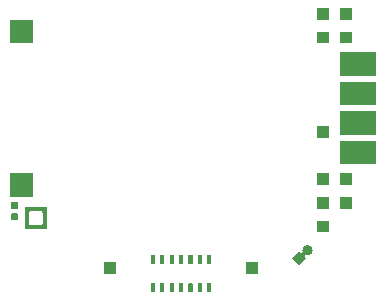
<source format=gbr>
%TF.GenerationSoftware,KiCad,Pcbnew,(6.0.0-rc1-dev-1546-g786ee0e)*%
%TF.CreationDate,2021-05-18T14:47:41-07:00*%
%TF.ProjectId,MainBoard,4d61696e-426f-4617-9264-2e6b69636164,rev?*%
%TF.SameCoordinates,Original*%
%TF.FileFunction,Soldermask,Bot*%
%TF.FilePolarity,Negative*%
%FSLAX46Y46*%
G04 Gerber Fmt 4.6, Leading zero omitted, Abs format (unit mm)*
G04 Created by KiCad (PCBNEW (6.0.0-rc1-dev-1546-g786ee0e)) date Tue 18 May 2021 02:47:41 PM PDT*
%MOMM*%
%LPD*%
G04 APERTURE LIST*
%ADD10C,0.100000*%
G04 APERTURE END LIST*
D10*
G36*
X134454761Y-53326073D02*
G01*
X134459335Y-53327461D01*
X134463553Y-53329716D01*
X134467250Y-53332750D01*
X134470284Y-53336447D01*
X134472539Y-53340665D01*
X134473927Y-53345239D01*
X134475000Y-53356138D01*
X134475000Y-54043862D01*
X134473927Y-54054761D01*
X134472539Y-54059335D01*
X134470284Y-54063553D01*
X134467250Y-54067250D01*
X134463553Y-54070284D01*
X134459335Y-54072539D01*
X134454761Y-54073927D01*
X134443862Y-54075000D01*
X134156138Y-54075000D01*
X134145239Y-54073927D01*
X134140665Y-54072539D01*
X134136447Y-54070284D01*
X134132750Y-54067250D01*
X134129716Y-54063553D01*
X134127461Y-54059335D01*
X134126073Y-54054761D01*
X134125000Y-54043862D01*
X134125000Y-53356138D01*
X134126073Y-53345239D01*
X134127461Y-53340665D01*
X134129716Y-53336447D01*
X134132750Y-53332750D01*
X134136447Y-53329716D01*
X134140665Y-53327461D01*
X134145239Y-53326073D01*
X134156138Y-53325000D01*
X134443862Y-53325000D01*
X134454761Y-53326073D01*
X134454761Y-53326073D01*
G37*
G36*
X135254761Y-53326073D02*
G01*
X135259335Y-53327461D01*
X135263553Y-53329716D01*
X135267250Y-53332750D01*
X135270284Y-53336447D01*
X135272539Y-53340665D01*
X135273927Y-53345239D01*
X135275000Y-53356138D01*
X135275000Y-54043862D01*
X135273927Y-54054761D01*
X135272539Y-54059335D01*
X135270284Y-54063553D01*
X135267250Y-54067250D01*
X135263553Y-54070284D01*
X135259335Y-54072539D01*
X135254761Y-54073927D01*
X135243862Y-54075000D01*
X134956138Y-54075000D01*
X134945239Y-54073927D01*
X134940665Y-54072539D01*
X134936447Y-54070284D01*
X134932750Y-54067250D01*
X134929716Y-54063553D01*
X134927461Y-54059335D01*
X134926073Y-54054761D01*
X134925000Y-54043862D01*
X134925000Y-53356138D01*
X134926073Y-53345239D01*
X134927461Y-53340665D01*
X134929716Y-53336447D01*
X134932750Y-53332750D01*
X134936447Y-53329716D01*
X134940665Y-53327461D01*
X134945239Y-53326073D01*
X134956138Y-53325000D01*
X135243862Y-53325000D01*
X135254761Y-53326073D01*
X135254761Y-53326073D01*
G37*
G36*
X136054761Y-53326073D02*
G01*
X136059335Y-53327461D01*
X136063553Y-53329716D01*
X136067250Y-53332750D01*
X136070284Y-53336447D01*
X136072539Y-53340665D01*
X136073927Y-53345239D01*
X136075000Y-53356138D01*
X136075000Y-54043862D01*
X136073927Y-54054761D01*
X136072539Y-54059335D01*
X136070284Y-54063553D01*
X136067250Y-54067250D01*
X136063553Y-54070284D01*
X136059335Y-54072539D01*
X136054761Y-54073927D01*
X136043862Y-54075000D01*
X135756138Y-54075000D01*
X135745239Y-54073927D01*
X135740665Y-54072539D01*
X135736447Y-54070284D01*
X135732750Y-54067250D01*
X135729716Y-54063553D01*
X135727461Y-54059335D01*
X135726073Y-54054761D01*
X135725000Y-54043862D01*
X135725000Y-53356138D01*
X135726073Y-53345239D01*
X135727461Y-53340665D01*
X135729716Y-53336447D01*
X135732750Y-53332750D01*
X135736447Y-53329716D01*
X135740665Y-53327461D01*
X135745239Y-53326073D01*
X135756138Y-53325000D01*
X136043862Y-53325000D01*
X136054761Y-53326073D01*
X136054761Y-53326073D01*
G37*
G36*
X131254761Y-53326073D02*
G01*
X131259335Y-53327461D01*
X131263553Y-53329716D01*
X131267250Y-53332750D01*
X131270284Y-53336447D01*
X131272539Y-53340665D01*
X131273927Y-53345239D01*
X131275000Y-53356138D01*
X131275000Y-54043862D01*
X131273927Y-54054761D01*
X131272539Y-54059335D01*
X131270284Y-54063553D01*
X131267250Y-54067250D01*
X131263553Y-54070284D01*
X131259335Y-54072539D01*
X131254761Y-54073927D01*
X131243862Y-54075000D01*
X130956138Y-54075000D01*
X130945239Y-54073927D01*
X130940665Y-54072539D01*
X130936447Y-54070284D01*
X130932750Y-54067250D01*
X130929716Y-54063553D01*
X130927461Y-54059335D01*
X130926073Y-54054761D01*
X130925000Y-54043862D01*
X130925000Y-53356138D01*
X130926073Y-53345239D01*
X130927461Y-53340665D01*
X130929716Y-53336447D01*
X130932750Y-53332750D01*
X130936447Y-53329716D01*
X130940665Y-53327461D01*
X130945239Y-53326073D01*
X130956138Y-53325000D01*
X131243862Y-53325000D01*
X131254761Y-53326073D01*
X131254761Y-53326073D01*
G37*
G36*
X132054761Y-53326073D02*
G01*
X132059335Y-53327461D01*
X132063553Y-53329716D01*
X132067250Y-53332750D01*
X132070284Y-53336447D01*
X132072539Y-53340665D01*
X132073927Y-53345239D01*
X132075000Y-53356138D01*
X132075000Y-54043862D01*
X132073927Y-54054761D01*
X132072539Y-54059335D01*
X132070284Y-54063553D01*
X132067250Y-54067250D01*
X132063553Y-54070284D01*
X132059335Y-54072539D01*
X132054761Y-54073927D01*
X132043862Y-54075000D01*
X131756138Y-54075000D01*
X131745239Y-54073927D01*
X131740665Y-54072539D01*
X131736447Y-54070284D01*
X131732750Y-54067250D01*
X131729716Y-54063553D01*
X131727461Y-54059335D01*
X131726073Y-54054761D01*
X131725000Y-54043862D01*
X131725000Y-53356138D01*
X131726073Y-53345239D01*
X131727461Y-53340665D01*
X131729716Y-53336447D01*
X131732750Y-53332750D01*
X131736447Y-53329716D01*
X131740665Y-53327461D01*
X131745239Y-53326073D01*
X131756138Y-53325000D01*
X132043862Y-53325000D01*
X132054761Y-53326073D01*
X132054761Y-53326073D01*
G37*
G36*
X132854761Y-53326073D02*
G01*
X132859335Y-53327461D01*
X132863553Y-53329716D01*
X132867250Y-53332750D01*
X132870284Y-53336447D01*
X132872539Y-53340665D01*
X132873927Y-53345239D01*
X132875000Y-53356138D01*
X132875000Y-54043862D01*
X132873927Y-54054761D01*
X132872539Y-54059335D01*
X132870284Y-54063553D01*
X132867250Y-54067250D01*
X132863553Y-54070284D01*
X132859335Y-54072539D01*
X132854761Y-54073927D01*
X132843862Y-54075000D01*
X132556138Y-54075000D01*
X132545239Y-54073927D01*
X132540665Y-54072539D01*
X132536447Y-54070284D01*
X132532750Y-54067250D01*
X132529716Y-54063553D01*
X132527461Y-54059335D01*
X132526073Y-54054761D01*
X132525000Y-54043862D01*
X132525000Y-53356138D01*
X132526073Y-53345239D01*
X132527461Y-53340665D01*
X132529716Y-53336447D01*
X132532750Y-53332750D01*
X132536447Y-53329716D01*
X132540665Y-53327461D01*
X132545239Y-53326073D01*
X132556138Y-53325000D01*
X132843862Y-53325000D01*
X132854761Y-53326073D01*
X132854761Y-53326073D01*
G37*
G36*
X133654761Y-53326073D02*
G01*
X133659335Y-53327461D01*
X133663553Y-53329716D01*
X133667250Y-53332750D01*
X133670284Y-53336447D01*
X133672539Y-53340665D01*
X133673927Y-53345239D01*
X133675000Y-53356138D01*
X133675000Y-54043862D01*
X133673927Y-54054761D01*
X133672539Y-54059335D01*
X133670284Y-54063553D01*
X133667250Y-54067250D01*
X133663553Y-54070284D01*
X133659335Y-54072539D01*
X133654761Y-54073927D01*
X133643862Y-54075000D01*
X133356138Y-54075000D01*
X133345239Y-54073927D01*
X133340665Y-54072539D01*
X133336447Y-54070284D01*
X133332750Y-54067250D01*
X133329716Y-54063553D01*
X133327461Y-54059335D01*
X133326073Y-54054761D01*
X133325000Y-54043862D01*
X133325000Y-53356138D01*
X133326073Y-53345239D01*
X133327461Y-53340665D01*
X133329716Y-53336447D01*
X133332750Y-53332750D01*
X133336447Y-53329716D01*
X133340665Y-53327461D01*
X133345239Y-53326073D01*
X133356138Y-53325000D01*
X133643862Y-53325000D01*
X133654761Y-53326073D01*
X133654761Y-53326073D01*
G37*
G36*
X140000000Y-52500000D02*
G01*
X139000000Y-52500000D01*
X139000000Y-51500000D01*
X140000000Y-51500000D01*
X140000000Y-52500000D01*
X140000000Y-52500000D01*
G37*
G36*
X128000000Y-52500000D02*
G01*
X127000000Y-52500000D01*
X127000000Y-51500000D01*
X128000000Y-51500000D01*
X128000000Y-52500000D01*
X128000000Y-52500000D01*
G37*
G36*
X144290423Y-50081149D02*
G01*
X144370534Y-50105451D01*
X144444364Y-50144914D01*
X144444365Y-50144915D01*
X144444367Y-50144916D01*
X144509081Y-50198026D01*
X144562193Y-50262743D01*
X144601656Y-50336573D01*
X144625958Y-50416684D01*
X144634163Y-50500000D01*
X144625958Y-50583316D01*
X144601656Y-50663427D01*
X144572548Y-50717884D01*
X144562191Y-50737260D01*
X144509081Y-50801974D01*
X144444367Y-50855084D01*
X144444365Y-50855085D01*
X144444364Y-50855086D01*
X144370534Y-50894549D01*
X144290423Y-50918851D01*
X144227985Y-50925000D01*
X144186229Y-50925000D01*
X144126475Y-50919115D01*
X144101970Y-50919115D01*
X144077937Y-50923896D01*
X144055298Y-50933273D01*
X144034923Y-50946887D01*
X144017596Y-50964214D01*
X144003983Y-50984589D01*
X143994605Y-51007228D01*
X143989825Y-51031261D01*
X143989825Y-51055766D01*
X143994606Y-51079799D01*
X144003983Y-51102438D01*
X144025835Y-51131901D01*
X144101041Y-51207107D01*
X143500000Y-51808148D01*
X142898959Y-51207107D01*
X143500000Y-50606066D01*
X143575206Y-50681272D01*
X143594148Y-50696818D01*
X143615759Y-50708369D01*
X143639208Y-50715482D01*
X143663594Y-50717884D01*
X143687980Y-50715482D01*
X143711429Y-50708369D01*
X143733040Y-50696818D01*
X143751982Y-50681272D01*
X143767528Y-50662330D01*
X143779079Y-50640719D01*
X143786192Y-50617270D01*
X143787992Y-50580632D01*
X143780051Y-50500000D01*
X143788256Y-50416684D01*
X143812558Y-50336573D01*
X143852021Y-50262743D01*
X143905133Y-50198026D01*
X143969847Y-50144916D01*
X143969849Y-50144915D01*
X143969850Y-50144914D01*
X144043680Y-50105451D01*
X144123791Y-50081149D01*
X144186229Y-50075000D01*
X144227985Y-50075000D01*
X144290423Y-50081149D01*
X144290423Y-50081149D01*
G37*
G36*
X132054761Y-50926073D02*
G01*
X132059335Y-50927461D01*
X132063553Y-50929716D01*
X132067250Y-50932750D01*
X132070284Y-50936447D01*
X132072539Y-50940665D01*
X132073927Y-50945239D01*
X132075000Y-50956138D01*
X132075000Y-51643862D01*
X132073927Y-51654761D01*
X132072539Y-51659335D01*
X132070284Y-51663553D01*
X132067250Y-51667250D01*
X132063553Y-51670284D01*
X132059335Y-51672539D01*
X132054761Y-51673927D01*
X132043862Y-51675000D01*
X131756138Y-51675000D01*
X131745239Y-51673927D01*
X131740665Y-51672539D01*
X131736447Y-51670284D01*
X131732750Y-51667250D01*
X131729716Y-51663553D01*
X131727461Y-51659335D01*
X131726073Y-51654761D01*
X131725000Y-51643862D01*
X131725000Y-50956138D01*
X131726073Y-50945239D01*
X131727461Y-50940665D01*
X131729716Y-50936447D01*
X131732750Y-50932750D01*
X131736447Y-50929716D01*
X131740665Y-50927461D01*
X131745239Y-50926073D01*
X131756138Y-50925000D01*
X132043862Y-50925000D01*
X132054761Y-50926073D01*
X132054761Y-50926073D01*
G37*
G36*
X136054761Y-50926073D02*
G01*
X136059335Y-50927461D01*
X136063553Y-50929716D01*
X136067250Y-50932750D01*
X136070284Y-50936447D01*
X136072539Y-50940665D01*
X136073927Y-50945239D01*
X136075000Y-50956138D01*
X136075000Y-51643862D01*
X136073927Y-51654761D01*
X136072539Y-51659335D01*
X136070284Y-51663553D01*
X136067250Y-51667250D01*
X136063553Y-51670284D01*
X136059335Y-51672539D01*
X136054761Y-51673927D01*
X136043862Y-51675000D01*
X135756138Y-51675000D01*
X135745239Y-51673927D01*
X135740665Y-51672539D01*
X135736447Y-51670284D01*
X135732750Y-51667250D01*
X135729716Y-51663553D01*
X135727461Y-51659335D01*
X135726073Y-51654761D01*
X135725000Y-51643862D01*
X135725000Y-50956138D01*
X135726073Y-50945239D01*
X135727461Y-50940665D01*
X135729716Y-50936447D01*
X135732750Y-50932750D01*
X135736447Y-50929716D01*
X135740665Y-50927461D01*
X135745239Y-50926073D01*
X135756138Y-50925000D01*
X136043862Y-50925000D01*
X136054761Y-50926073D01*
X136054761Y-50926073D01*
G37*
G36*
X135254761Y-50926073D02*
G01*
X135259335Y-50927461D01*
X135263553Y-50929716D01*
X135267250Y-50932750D01*
X135270284Y-50936447D01*
X135272539Y-50940665D01*
X135273927Y-50945239D01*
X135275000Y-50956138D01*
X135275000Y-51643862D01*
X135273927Y-51654761D01*
X135272539Y-51659335D01*
X135270284Y-51663553D01*
X135267250Y-51667250D01*
X135263553Y-51670284D01*
X135259335Y-51672539D01*
X135254761Y-51673927D01*
X135243862Y-51675000D01*
X134956138Y-51675000D01*
X134945239Y-51673927D01*
X134940665Y-51672539D01*
X134936447Y-51670284D01*
X134932750Y-51667250D01*
X134929716Y-51663553D01*
X134927461Y-51659335D01*
X134926073Y-51654761D01*
X134925000Y-51643862D01*
X134925000Y-50956138D01*
X134926073Y-50945239D01*
X134927461Y-50940665D01*
X134929716Y-50936447D01*
X134932750Y-50932750D01*
X134936447Y-50929716D01*
X134940665Y-50927461D01*
X134945239Y-50926073D01*
X134956138Y-50925000D01*
X135243862Y-50925000D01*
X135254761Y-50926073D01*
X135254761Y-50926073D01*
G37*
G36*
X134454761Y-50926073D02*
G01*
X134459335Y-50927461D01*
X134463553Y-50929716D01*
X134467250Y-50932750D01*
X134470284Y-50936447D01*
X134472539Y-50940665D01*
X134473927Y-50945239D01*
X134475000Y-50956138D01*
X134475000Y-51643862D01*
X134473927Y-51654761D01*
X134472539Y-51659335D01*
X134470284Y-51663553D01*
X134467250Y-51667250D01*
X134463553Y-51670284D01*
X134459335Y-51672539D01*
X134454761Y-51673927D01*
X134443862Y-51675000D01*
X134156138Y-51675000D01*
X134145239Y-51673927D01*
X134140665Y-51672539D01*
X134136447Y-51670284D01*
X134132750Y-51667250D01*
X134129716Y-51663553D01*
X134127461Y-51659335D01*
X134126073Y-51654761D01*
X134125000Y-51643862D01*
X134125000Y-50956138D01*
X134126073Y-50945239D01*
X134127461Y-50940665D01*
X134129716Y-50936447D01*
X134132750Y-50932750D01*
X134136447Y-50929716D01*
X134140665Y-50927461D01*
X134145239Y-50926073D01*
X134156138Y-50925000D01*
X134443862Y-50925000D01*
X134454761Y-50926073D01*
X134454761Y-50926073D01*
G37*
G36*
X133654761Y-50926073D02*
G01*
X133659335Y-50927461D01*
X133663553Y-50929716D01*
X133667250Y-50932750D01*
X133670284Y-50936447D01*
X133672539Y-50940665D01*
X133673927Y-50945239D01*
X133675000Y-50956138D01*
X133675000Y-51643862D01*
X133673927Y-51654761D01*
X133672539Y-51659335D01*
X133670284Y-51663553D01*
X133667250Y-51667250D01*
X133663553Y-51670284D01*
X133659335Y-51672539D01*
X133654761Y-51673927D01*
X133643862Y-51675000D01*
X133356138Y-51675000D01*
X133345239Y-51673927D01*
X133340665Y-51672539D01*
X133336447Y-51670284D01*
X133332750Y-51667250D01*
X133329716Y-51663553D01*
X133327461Y-51659335D01*
X133326073Y-51654761D01*
X133325000Y-51643862D01*
X133325000Y-50956138D01*
X133326073Y-50945239D01*
X133327461Y-50940665D01*
X133329716Y-50936447D01*
X133332750Y-50932750D01*
X133336447Y-50929716D01*
X133340665Y-50927461D01*
X133345239Y-50926073D01*
X133356138Y-50925000D01*
X133643862Y-50925000D01*
X133654761Y-50926073D01*
X133654761Y-50926073D01*
G37*
G36*
X132854761Y-50926073D02*
G01*
X132859335Y-50927461D01*
X132863553Y-50929716D01*
X132867250Y-50932750D01*
X132870284Y-50936447D01*
X132872539Y-50940665D01*
X132873927Y-50945239D01*
X132875000Y-50956138D01*
X132875000Y-51643862D01*
X132873927Y-51654761D01*
X132872539Y-51659335D01*
X132870284Y-51663553D01*
X132867250Y-51667250D01*
X132863553Y-51670284D01*
X132859335Y-51672539D01*
X132854761Y-51673927D01*
X132843862Y-51675000D01*
X132556138Y-51675000D01*
X132545239Y-51673927D01*
X132540665Y-51672539D01*
X132536447Y-51670284D01*
X132532750Y-51667250D01*
X132529716Y-51663553D01*
X132527461Y-51659335D01*
X132526073Y-51654761D01*
X132525000Y-51643862D01*
X132525000Y-50956138D01*
X132526073Y-50945239D01*
X132527461Y-50940665D01*
X132529716Y-50936447D01*
X132532750Y-50932750D01*
X132536447Y-50929716D01*
X132540665Y-50927461D01*
X132545239Y-50926073D01*
X132556138Y-50925000D01*
X132843862Y-50925000D01*
X132854761Y-50926073D01*
X132854761Y-50926073D01*
G37*
G36*
X131254761Y-50926073D02*
G01*
X131259335Y-50927461D01*
X131263553Y-50929716D01*
X131267250Y-50932750D01*
X131270284Y-50936447D01*
X131272539Y-50940665D01*
X131273927Y-50945239D01*
X131275000Y-50956138D01*
X131275000Y-51643862D01*
X131273927Y-51654761D01*
X131272539Y-51659335D01*
X131270284Y-51663553D01*
X131267250Y-51667250D01*
X131263553Y-51670284D01*
X131259335Y-51672539D01*
X131254761Y-51673927D01*
X131243862Y-51675000D01*
X130956138Y-51675000D01*
X130945239Y-51673927D01*
X130940665Y-51672539D01*
X130936447Y-51670284D01*
X130932750Y-51667250D01*
X130929716Y-51663553D01*
X130927461Y-51659335D01*
X130926073Y-51654761D01*
X130925000Y-51643862D01*
X130925000Y-50956138D01*
X130926073Y-50945239D01*
X130927461Y-50940665D01*
X130929716Y-50936447D01*
X130932750Y-50932750D01*
X130936447Y-50929716D01*
X130940665Y-50927461D01*
X130945239Y-50926073D01*
X130956138Y-50925000D01*
X131243862Y-50925000D01*
X131254761Y-50926073D01*
X131254761Y-50926073D01*
G37*
G36*
X146000000Y-49000000D02*
G01*
X145000000Y-49000000D01*
X145000000Y-48000000D01*
X146000000Y-48000000D01*
X146000000Y-49000000D01*
X146000000Y-49000000D01*
G37*
G36*
X122125000Y-47250000D02*
G01*
X122127402Y-47274386D01*
X122134515Y-47297835D01*
X122146066Y-47319446D01*
X122150000Y-47324239D01*
X122150000Y-48275761D01*
X122146066Y-48280554D01*
X122134515Y-48302165D01*
X122127402Y-48325614D01*
X122125000Y-48350000D01*
X122125000Y-48750000D01*
X120275000Y-48750000D01*
X120275000Y-48350000D01*
X120272598Y-48325614D01*
X120265485Y-48302165D01*
X120253934Y-48280554D01*
X120250000Y-48275761D01*
X120250000Y-47350000D01*
X120625000Y-47350000D01*
X120625000Y-48250000D01*
X120627402Y-48274386D01*
X120634515Y-48297835D01*
X120646066Y-48319446D01*
X120661612Y-48338388D01*
X120680554Y-48353934D01*
X120702165Y-48365485D01*
X120725614Y-48372598D01*
X120750000Y-48375000D01*
X121650000Y-48375000D01*
X121674386Y-48372598D01*
X121697835Y-48365485D01*
X121719446Y-48353934D01*
X121738388Y-48338388D01*
X121753934Y-48319446D01*
X121765485Y-48297835D01*
X121772598Y-48274386D01*
X121775000Y-48250000D01*
X121775000Y-47350000D01*
X121772598Y-47325614D01*
X121765485Y-47302165D01*
X121753934Y-47280554D01*
X121738388Y-47261612D01*
X121719446Y-47246066D01*
X121697835Y-47234515D01*
X121674386Y-47227402D01*
X121650000Y-47225000D01*
X120750000Y-47225000D01*
X120725614Y-47227402D01*
X120702165Y-47234515D01*
X120680554Y-47246066D01*
X120661612Y-47261612D01*
X120646066Y-47280554D01*
X120634515Y-47302165D01*
X120627402Y-47325614D01*
X120625000Y-47350000D01*
X120250000Y-47350000D01*
X120250000Y-47324239D01*
X120253934Y-47319446D01*
X120265485Y-47297835D01*
X120272598Y-47274386D01*
X120275000Y-47250000D01*
X120275000Y-46850000D01*
X122125000Y-46850000D01*
X122125000Y-47250000D01*
X122125000Y-47250000D01*
G37*
G36*
X119647500Y-47402082D02*
G01*
X119661930Y-47406459D01*
X119675221Y-47413563D01*
X119686873Y-47423127D01*
X119696437Y-47434779D01*
X119703541Y-47448070D01*
X119707918Y-47462500D01*
X119710000Y-47483640D01*
X119710000Y-47876360D01*
X119707918Y-47897500D01*
X119703541Y-47911930D01*
X119696437Y-47925221D01*
X119686873Y-47936873D01*
X119675221Y-47946437D01*
X119661930Y-47953541D01*
X119647500Y-47957918D01*
X119626360Y-47960000D01*
X119173640Y-47960000D01*
X119152500Y-47957918D01*
X119138070Y-47953541D01*
X119124779Y-47946437D01*
X119113127Y-47936873D01*
X119103563Y-47925221D01*
X119096459Y-47911930D01*
X119092082Y-47897500D01*
X119090000Y-47876360D01*
X119090000Y-47483640D01*
X119092082Y-47462500D01*
X119096459Y-47448070D01*
X119103563Y-47434779D01*
X119113127Y-47423127D01*
X119124779Y-47413563D01*
X119138070Y-47406459D01*
X119152500Y-47402082D01*
X119173640Y-47400000D01*
X119626360Y-47400000D01*
X119647500Y-47402082D01*
X119647500Y-47402082D01*
G37*
G36*
X119647500Y-46442082D02*
G01*
X119661930Y-46446459D01*
X119675221Y-46453563D01*
X119686873Y-46463127D01*
X119696437Y-46474779D01*
X119703541Y-46488070D01*
X119707918Y-46502500D01*
X119710000Y-46523640D01*
X119710000Y-46916360D01*
X119707918Y-46937500D01*
X119703541Y-46951930D01*
X119696437Y-46965221D01*
X119686873Y-46976873D01*
X119675221Y-46986437D01*
X119661930Y-46993541D01*
X119647500Y-46997918D01*
X119626360Y-47000000D01*
X119173640Y-47000000D01*
X119152500Y-46997918D01*
X119138070Y-46993541D01*
X119124779Y-46986437D01*
X119113127Y-46976873D01*
X119103563Y-46965221D01*
X119096459Y-46951930D01*
X119092082Y-46937500D01*
X119090000Y-46916360D01*
X119090000Y-46523640D01*
X119092082Y-46502500D01*
X119096459Y-46488070D01*
X119103563Y-46474779D01*
X119113127Y-46463127D01*
X119124779Y-46453563D01*
X119138070Y-46446459D01*
X119152500Y-46442082D01*
X119173640Y-46440000D01*
X119626360Y-46440000D01*
X119647500Y-46442082D01*
X119647500Y-46442082D01*
G37*
G36*
X146000000Y-47000000D02*
G01*
X145000000Y-47000000D01*
X145000000Y-46000000D01*
X146000000Y-46000000D01*
X146000000Y-47000000D01*
X146000000Y-47000000D01*
G37*
G36*
X148000000Y-47000000D02*
G01*
X147000000Y-47000000D01*
X147000000Y-46000000D01*
X148000000Y-46000000D01*
X148000000Y-47000000D01*
X148000000Y-47000000D01*
G37*
G36*
X121000000Y-46000000D02*
G01*
X119000000Y-46000000D01*
X119000000Y-44000000D01*
X121000000Y-44000000D01*
X121000000Y-46000000D01*
X121000000Y-46000000D01*
G37*
G36*
X148000000Y-45000000D02*
G01*
X147000000Y-45000000D01*
X147000000Y-44000000D01*
X148000000Y-44000000D01*
X148000000Y-45000000D01*
X148000000Y-45000000D01*
G37*
G36*
X146000000Y-45000000D02*
G01*
X145000000Y-45000000D01*
X145000000Y-44000000D01*
X146000000Y-44000000D01*
X146000000Y-45000000D01*
X146000000Y-45000000D01*
G37*
G36*
X150000000Y-43250000D02*
G01*
X147000000Y-43250000D01*
X147000000Y-41250000D01*
X150000000Y-41250000D01*
X150000000Y-43250000D01*
X150000000Y-43250000D01*
G37*
G36*
X146000000Y-41000000D02*
G01*
X145000000Y-41000000D01*
X145000000Y-40000000D01*
X146000000Y-40000000D01*
X146000000Y-41000000D01*
X146000000Y-41000000D01*
G37*
G36*
X150000000Y-40750000D02*
G01*
X147000000Y-40750000D01*
X147000000Y-38750000D01*
X150000000Y-38750000D01*
X150000000Y-40750000D01*
X150000000Y-40750000D01*
G37*
G36*
X150000000Y-38250000D02*
G01*
X147000000Y-38250000D01*
X147000000Y-36250000D01*
X150000000Y-36250000D01*
X150000000Y-38250000D01*
X150000000Y-38250000D01*
G37*
G36*
X150000000Y-35750000D02*
G01*
X147000000Y-35750000D01*
X147000000Y-33750000D01*
X150000000Y-33750000D01*
X150000000Y-35750000D01*
X150000000Y-35750000D01*
G37*
G36*
X148000000Y-33000000D02*
G01*
X147000000Y-33000000D01*
X147000000Y-32000000D01*
X148000000Y-32000000D01*
X148000000Y-33000000D01*
X148000000Y-33000000D01*
G37*
G36*
X146000000Y-33000000D02*
G01*
X145000000Y-33000000D01*
X145000000Y-32000000D01*
X146000000Y-32000000D01*
X146000000Y-33000000D01*
X146000000Y-33000000D01*
G37*
G36*
X121000000Y-33000000D02*
G01*
X119000000Y-33000000D01*
X119000000Y-31000000D01*
X121000000Y-31000000D01*
X121000000Y-33000000D01*
X121000000Y-33000000D01*
G37*
G36*
X146000000Y-31000000D02*
G01*
X145000000Y-31000000D01*
X145000000Y-30000000D01*
X146000000Y-30000000D01*
X146000000Y-31000000D01*
X146000000Y-31000000D01*
G37*
G36*
X148000000Y-31000000D02*
G01*
X147000000Y-31000000D01*
X147000000Y-30000000D01*
X148000000Y-30000000D01*
X148000000Y-31000000D01*
X148000000Y-31000000D01*
G37*
M02*

</source>
